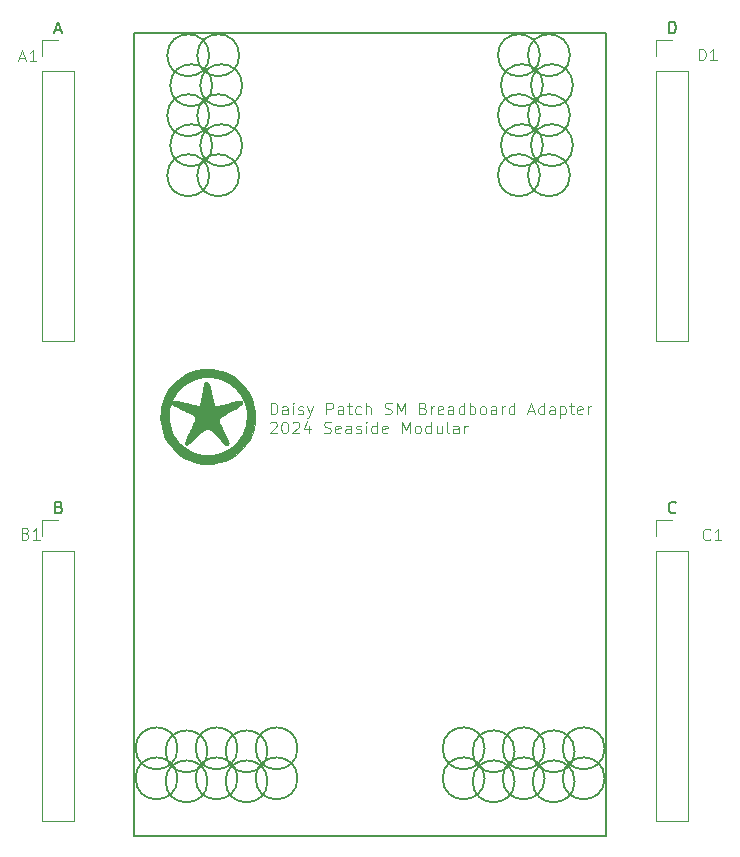
<source format=gbr>
%TF.GenerationSoftware,KiCad,Pcbnew,7.0.10*%
%TF.CreationDate,2024-02-02T23:11:49-08:00*%
%TF.ProjectId,Patch_SM_Breadboard_Adapter,50617463-685f-4534-9d5f-427265616462,rev?*%
%TF.SameCoordinates,Original*%
%TF.FileFunction,Legend,Top*%
%TF.FilePolarity,Positive*%
%FSLAX46Y46*%
G04 Gerber Fmt 4.6, Leading zero omitted, Abs format (unit mm)*
G04 Created by KiCad (PCBNEW 7.0.10) date 2024-02-02 23:11:49*
%MOMM*%
%LPD*%
G01*
G04 APERTURE LIST*
%ADD10C,0.125000*%
%ADD11C,0.100000*%
%ADD12C,0.150000*%
%ADD13C,0.152400*%
%ADD14C,0.203200*%
%ADD15C,0.010000*%
%ADD16C,0.120000*%
G04 APERTURE END LIST*
D10*
X80216759Y-82390880D02*
X80169140Y-82438500D01*
X80169140Y-82438500D02*
X80026283Y-82486119D01*
X80026283Y-82486119D02*
X79931045Y-82486119D01*
X79931045Y-82486119D02*
X79788188Y-82438500D01*
X79788188Y-82438500D02*
X79692950Y-82343261D01*
X79692950Y-82343261D02*
X79645331Y-82248023D01*
X79645331Y-82248023D02*
X79597712Y-82057547D01*
X79597712Y-82057547D02*
X79597712Y-81914690D01*
X79597712Y-81914690D02*
X79645331Y-81724214D01*
X79645331Y-81724214D02*
X79692950Y-81628976D01*
X79692950Y-81628976D02*
X79788188Y-81533738D01*
X79788188Y-81533738D02*
X79931045Y-81486119D01*
X79931045Y-81486119D02*
X80026283Y-81486119D01*
X80026283Y-81486119D02*
X80169140Y-81533738D01*
X80169140Y-81533738D02*
X80216759Y-81581357D01*
X81169140Y-82486119D02*
X80597712Y-82486119D01*
X80883426Y-82486119D02*
X80883426Y-81486119D01*
X80883426Y-81486119D02*
X80788188Y-81628976D01*
X80788188Y-81628976D02*
X80692950Y-81724214D01*
X80692950Y-81724214D02*
X80597712Y-81771833D01*
X79255331Y-41846119D02*
X79255331Y-40846119D01*
X79255331Y-40846119D02*
X79493426Y-40846119D01*
X79493426Y-40846119D02*
X79636283Y-40893738D01*
X79636283Y-40893738D02*
X79731521Y-40988976D01*
X79731521Y-40988976D02*
X79779140Y-41084214D01*
X79779140Y-41084214D02*
X79826759Y-41274690D01*
X79826759Y-41274690D02*
X79826759Y-41417547D01*
X79826759Y-41417547D02*
X79779140Y-41608023D01*
X79779140Y-41608023D02*
X79731521Y-41703261D01*
X79731521Y-41703261D02*
X79636283Y-41798500D01*
X79636283Y-41798500D02*
X79493426Y-41846119D01*
X79493426Y-41846119D02*
X79255331Y-41846119D01*
X80779140Y-41846119D02*
X80207712Y-41846119D01*
X80493426Y-41846119D02*
X80493426Y-40846119D01*
X80493426Y-40846119D02*
X80398188Y-40988976D01*
X80398188Y-40988976D02*
X80302950Y-41084214D01*
X80302950Y-41084214D02*
X80207712Y-41131833D01*
X22243664Y-81892309D02*
X22386521Y-81939928D01*
X22386521Y-81939928D02*
X22434140Y-81987547D01*
X22434140Y-81987547D02*
X22481759Y-82082785D01*
X22481759Y-82082785D02*
X22481759Y-82225642D01*
X22481759Y-82225642D02*
X22434140Y-82320880D01*
X22434140Y-82320880D02*
X22386521Y-82368500D01*
X22386521Y-82368500D02*
X22291283Y-82416119D01*
X22291283Y-82416119D02*
X21910331Y-82416119D01*
X21910331Y-82416119D02*
X21910331Y-81416119D01*
X21910331Y-81416119D02*
X22243664Y-81416119D01*
X22243664Y-81416119D02*
X22338902Y-81463738D01*
X22338902Y-81463738D02*
X22386521Y-81511357D01*
X22386521Y-81511357D02*
X22434140Y-81606595D01*
X22434140Y-81606595D02*
X22434140Y-81701833D01*
X22434140Y-81701833D02*
X22386521Y-81797071D01*
X22386521Y-81797071D02*
X22338902Y-81844690D01*
X22338902Y-81844690D02*
X22243664Y-81892309D01*
X22243664Y-81892309D02*
X21910331Y-81892309D01*
X23434140Y-82416119D02*
X22862712Y-82416119D01*
X23148426Y-82416119D02*
X23148426Y-81416119D01*
X23148426Y-81416119D02*
X23053188Y-81558976D01*
X23053188Y-81558976D02*
X22957950Y-81654214D01*
X22957950Y-81654214D02*
X22862712Y-81701833D01*
X21737712Y-41635404D02*
X22213902Y-41635404D01*
X21642474Y-41921119D02*
X21975807Y-40921119D01*
X21975807Y-40921119D02*
X22309140Y-41921119D01*
X23166283Y-41921119D02*
X22594855Y-41921119D01*
X22880569Y-41921119D02*
X22880569Y-40921119D01*
X22880569Y-40921119D02*
X22785331Y-41063976D01*
X22785331Y-41063976D02*
X22690093Y-41159214D01*
X22690093Y-41159214D02*
X22594855Y-41206833D01*
D11*
X43003884Y-71812419D02*
X43003884Y-70812419D01*
X43003884Y-70812419D02*
X43241979Y-70812419D01*
X43241979Y-70812419D02*
X43384836Y-70860038D01*
X43384836Y-70860038D02*
X43480074Y-70955276D01*
X43480074Y-70955276D02*
X43527693Y-71050514D01*
X43527693Y-71050514D02*
X43575312Y-71240990D01*
X43575312Y-71240990D02*
X43575312Y-71383847D01*
X43575312Y-71383847D02*
X43527693Y-71574323D01*
X43527693Y-71574323D02*
X43480074Y-71669561D01*
X43480074Y-71669561D02*
X43384836Y-71764800D01*
X43384836Y-71764800D02*
X43241979Y-71812419D01*
X43241979Y-71812419D02*
X43003884Y-71812419D01*
X44432455Y-71812419D02*
X44432455Y-71288609D01*
X44432455Y-71288609D02*
X44384836Y-71193371D01*
X44384836Y-71193371D02*
X44289598Y-71145752D01*
X44289598Y-71145752D02*
X44099122Y-71145752D01*
X44099122Y-71145752D02*
X44003884Y-71193371D01*
X44432455Y-71764800D02*
X44337217Y-71812419D01*
X44337217Y-71812419D02*
X44099122Y-71812419D01*
X44099122Y-71812419D02*
X44003884Y-71764800D01*
X44003884Y-71764800D02*
X43956265Y-71669561D01*
X43956265Y-71669561D02*
X43956265Y-71574323D01*
X43956265Y-71574323D02*
X44003884Y-71479085D01*
X44003884Y-71479085D02*
X44099122Y-71431466D01*
X44099122Y-71431466D02*
X44337217Y-71431466D01*
X44337217Y-71431466D02*
X44432455Y-71383847D01*
X44908646Y-71812419D02*
X44908646Y-71145752D01*
X44908646Y-70812419D02*
X44861027Y-70860038D01*
X44861027Y-70860038D02*
X44908646Y-70907657D01*
X44908646Y-70907657D02*
X44956265Y-70860038D01*
X44956265Y-70860038D02*
X44908646Y-70812419D01*
X44908646Y-70812419D02*
X44908646Y-70907657D01*
X45337217Y-71764800D02*
X45432455Y-71812419D01*
X45432455Y-71812419D02*
X45622931Y-71812419D01*
X45622931Y-71812419D02*
X45718169Y-71764800D01*
X45718169Y-71764800D02*
X45765788Y-71669561D01*
X45765788Y-71669561D02*
X45765788Y-71621942D01*
X45765788Y-71621942D02*
X45718169Y-71526704D01*
X45718169Y-71526704D02*
X45622931Y-71479085D01*
X45622931Y-71479085D02*
X45480074Y-71479085D01*
X45480074Y-71479085D02*
X45384836Y-71431466D01*
X45384836Y-71431466D02*
X45337217Y-71336228D01*
X45337217Y-71336228D02*
X45337217Y-71288609D01*
X45337217Y-71288609D02*
X45384836Y-71193371D01*
X45384836Y-71193371D02*
X45480074Y-71145752D01*
X45480074Y-71145752D02*
X45622931Y-71145752D01*
X45622931Y-71145752D02*
X45718169Y-71193371D01*
X46099122Y-71145752D02*
X46337217Y-71812419D01*
X46575312Y-71145752D02*
X46337217Y-71812419D01*
X46337217Y-71812419D02*
X46241979Y-72050514D01*
X46241979Y-72050514D02*
X46194360Y-72098133D01*
X46194360Y-72098133D02*
X46099122Y-72145752D01*
X47718170Y-71812419D02*
X47718170Y-70812419D01*
X47718170Y-70812419D02*
X48099122Y-70812419D01*
X48099122Y-70812419D02*
X48194360Y-70860038D01*
X48194360Y-70860038D02*
X48241979Y-70907657D01*
X48241979Y-70907657D02*
X48289598Y-71002895D01*
X48289598Y-71002895D02*
X48289598Y-71145752D01*
X48289598Y-71145752D02*
X48241979Y-71240990D01*
X48241979Y-71240990D02*
X48194360Y-71288609D01*
X48194360Y-71288609D02*
X48099122Y-71336228D01*
X48099122Y-71336228D02*
X47718170Y-71336228D01*
X49146741Y-71812419D02*
X49146741Y-71288609D01*
X49146741Y-71288609D02*
X49099122Y-71193371D01*
X49099122Y-71193371D02*
X49003884Y-71145752D01*
X49003884Y-71145752D02*
X48813408Y-71145752D01*
X48813408Y-71145752D02*
X48718170Y-71193371D01*
X49146741Y-71764800D02*
X49051503Y-71812419D01*
X49051503Y-71812419D02*
X48813408Y-71812419D01*
X48813408Y-71812419D02*
X48718170Y-71764800D01*
X48718170Y-71764800D02*
X48670551Y-71669561D01*
X48670551Y-71669561D02*
X48670551Y-71574323D01*
X48670551Y-71574323D02*
X48718170Y-71479085D01*
X48718170Y-71479085D02*
X48813408Y-71431466D01*
X48813408Y-71431466D02*
X49051503Y-71431466D01*
X49051503Y-71431466D02*
X49146741Y-71383847D01*
X49480075Y-71145752D02*
X49861027Y-71145752D01*
X49622932Y-70812419D02*
X49622932Y-71669561D01*
X49622932Y-71669561D02*
X49670551Y-71764800D01*
X49670551Y-71764800D02*
X49765789Y-71812419D01*
X49765789Y-71812419D02*
X49861027Y-71812419D01*
X50622932Y-71764800D02*
X50527694Y-71812419D01*
X50527694Y-71812419D02*
X50337218Y-71812419D01*
X50337218Y-71812419D02*
X50241980Y-71764800D01*
X50241980Y-71764800D02*
X50194361Y-71717180D01*
X50194361Y-71717180D02*
X50146742Y-71621942D01*
X50146742Y-71621942D02*
X50146742Y-71336228D01*
X50146742Y-71336228D02*
X50194361Y-71240990D01*
X50194361Y-71240990D02*
X50241980Y-71193371D01*
X50241980Y-71193371D02*
X50337218Y-71145752D01*
X50337218Y-71145752D02*
X50527694Y-71145752D01*
X50527694Y-71145752D02*
X50622932Y-71193371D01*
X51051504Y-71812419D02*
X51051504Y-70812419D01*
X51480075Y-71812419D02*
X51480075Y-71288609D01*
X51480075Y-71288609D02*
X51432456Y-71193371D01*
X51432456Y-71193371D02*
X51337218Y-71145752D01*
X51337218Y-71145752D02*
X51194361Y-71145752D01*
X51194361Y-71145752D02*
X51099123Y-71193371D01*
X51099123Y-71193371D02*
X51051504Y-71240990D01*
X52670552Y-71764800D02*
X52813409Y-71812419D01*
X52813409Y-71812419D02*
X53051504Y-71812419D01*
X53051504Y-71812419D02*
X53146742Y-71764800D01*
X53146742Y-71764800D02*
X53194361Y-71717180D01*
X53194361Y-71717180D02*
X53241980Y-71621942D01*
X53241980Y-71621942D02*
X53241980Y-71526704D01*
X53241980Y-71526704D02*
X53194361Y-71431466D01*
X53194361Y-71431466D02*
X53146742Y-71383847D01*
X53146742Y-71383847D02*
X53051504Y-71336228D01*
X53051504Y-71336228D02*
X52861028Y-71288609D01*
X52861028Y-71288609D02*
X52765790Y-71240990D01*
X52765790Y-71240990D02*
X52718171Y-71193371D01*
X52718171Y-71193371D02*
X52670552Y-71098133D01*
X52670552Y-71098133D02*
X52670552Y-71002895D01*
X52670552Y-71002895D02*
X52718171Y-70907657D01*
X52718171Y-70907657D02*
X52765790Y-70860038D01*
X52765790Y-70860038D02*
X52861028Y-70812419D01*
X52861028Y-70812419D02*
X53099123Y-70812419D01*
X53099123Y-70812419D02*
X53241980Y-70860038D01*
X53670552Y-71812419D02*
X53670552Y-70812419D01*
X53670552Y-70812419D02*
X54003885Y-71526704D01*
X54003885Y-71526704D02*
X54337218Y-70812419D01*
X54337218Y-70812419D02*
X54337218Y-71812419D01*
X55908647Y-71288609D02*
X56051504Y-71336228D01*
X56051504Y-71336228D02*
X56099123Y-71383847D01*
X56099123Y-71383847D02*
X56146742Y-71479085D01*
X56146742Y-71479085D02*
X56146742Y-71621942D01*
X56146742Y-71621942D02*
X56099123Y-71717180D01*
X56099123Y-71717180D02*
X56051504Y-71764800D01*
X56051504Y-71764800D02*
X55956266Y-71812419D01*
X55956266Y-71812419D02*
X55575314Y-71812419D01*
X55575314Y-71812419D02*
X55575314Y-70812419D01*
X55575314Y-70812419D02*
X55908647Y-70812419D01*
X55908647Y-70812419D02*
X56003885Y-70860038D01*
X56003885Y-70860038D02*
X56051504Y-70907657D01*
X56051504Y-70907657D02*
X56099123Y-71002895D01*
X56099123Y-71002895D02*
X56099123Y-71098133D01*
X56099123Y-71098133D02*
X56051504Y-71193371D01*
X56051504Y-71193371D02*
X56003885Y-71240990D01*
X56003885Y-71240990D02*
X55908647Y-71288609D01*
X55908647Y-71288609D02*
X55575314Y-71288609D01*
X56575314Y-71812419D02*
X56575314Y-71145752D01*
X56575314Y-71336228D02*
X56622933Y-71240990D01*
X56622933Y-71240990D02*
X56670552Y-71193371D01*
X56670552Y-71193371D02*
X56765790Y-71145752D01*
X56765790Y-71145752D02*
X56861028Y-71145752D01*
X57575314Y-71764800D02*
X57480076Y-71812419D01*
X57480076Y-71812419D02*
X57289600Y-71812419D01*
X57289600Y-71812419D02*
X57194362Y-71764800D01*
X57194362Y-71764800D02*
X57146743Y-71669561D01*
X57146743Y-71669561D02*
X57146743Y-71288609D01*
X57146743Y-71288609D02*
X57194362Y-71193371D01*
X57194362Y-71193371D02*
X57289600Y-71145752D01*
X57289600Y-71145752D02*
X57480076Y-71145752D01*
X57480076Y-71145752D02*
X57575314Y-71193371D01*
X57575314Y-71193371D02*
X57622933Y-71288609D01*
X57622933Y-71288609D02*
X57622933Y-71383847D01*
X57622933Y-71383847D02*
X57146743Y-71479085D01*
X58480076Y-71812419D02*
X58480076Y-71288609D01*
X58480076Y-71288609D02*
X58432457Y-71193371D01*
X58432457Y-71193371D02*
X58337219Y-71145752D01*
X58337219Y-71145752D02*
X58146743Y-71145752D01*
X58146743Y-71145752D02*
X58051505Y-71193371D01*
X58480076Y-71764800D02*
X58384838Y-71812419D01*
X58384838Y-71812419D02*
X58146743Y-71812419D01*
X58146743Y-71812419D02*
X58051505Y-71764800D01*
X58051505Y-71764800D02*
X58003886Y-71669561D01*
X58003886Y-71669561D02*
X58003886Y-71574323D01*
X58003886Y-71574323D02*
X58051505Y-71479085D01*
X58051505Y-71479085D02*
X58146743Y-71431466D01*
X58146743Y-71431466D02*
X58384838Y-71431466D01*
X58384838Y-71431466D02*
X58480076Y-71383847D01*
X59384838Y-71812419D02*
X59384838Y-70812419D01*
X59384838Y-71764800D02*
X59289600Y-71812419D01*
X59289600Y-71812419D02*
X59099124Y-71812419D01*
X59099124Y-71812419D02*
X59003886Y-71764800D01*
X59003886Y-71764800D02*
X58956267Y-71717180D01*
X58956267Y-71717180D02*
X58908648Y-71621942D01*
X58908648Y-71621942D02*
X58908648Y-71336228D01*
X58908648Y-71336228D02*
X58956267Y-71240990D01*
X58956267Y-71240990D02*
X59003886Y-71193371D01*
X59003886Y-71193371D02*
X59099124Y-71145752D01*
X59099124Y-71145752D02*
X59289600Y-71145752D01*
X59289600Y-71145752D02*
X59384838Y-71193371D01*
X59861029Y-71812419D02*
X59861029Y-70812419D01*
X59861029Y-71193371D02*
X59956267Y-71145752D01*
X59956267Y-71145752D02*
X60146743Y-71145752D01*
X60146743Y-71145752D02*
X60241981Y-71193371D01*
X60241981Y-71193371D02*
X60289600Y-71240990D01*
X60289600Y-71240990D02*
X60337219Y-71336228D01*
X60337219Y-71336228D02*
X60337219Y-71621942D01*
X60337219Y-71621942D02*
X60289600Y-71717180D01*
X60289600Y-71717180D02*
X60241981Y-71764800D01*
X60241981Y-71764800D02*
X60146743Y-71812419D01*
X60146743Y-71812419D02*
X59956267Y-71812419D01*
X59956267Y-71812419D02*
X59861029Y-71764800D01*
X60908648Y-71812419D02*
X60813410Y-71764800D01*
X60813410Y-71764800D02*
X60765791Y-71717180D01*
X60765791Y-71717180D02*
X60718172Y-71621942D01*
X60718172Y-71621942D02*
X60718172Y-71336228D01*
X60718172Y-71336228D02*
X60765791Y-71240990D01*
X60765791Y-71240990D02*
X60813410Y-71193371D01*
X60813410Y-71193371D02*
X60908648Y-71145752D01*
X60908648Y-71145752D02*
X61051505Y-71145752D01*
X61051505Y-71145752D02*
X61146743Y-71193371D01*
X61146743Y-71193371D02*
X61194362Y-71240990D01*
X61194362Y-71240990D02*
X61241981Y-71336228D01*
X61241981Y-71336228D02*
X61241981Y-71621942D01*
X61241981Y-71621942D02*
X61194362Y-71717180D01*
X61194362Y-71717180D02*
X61146743Y-71764800D01*
X61146743Y-71764800D02*
X61051505Y-71812419D01*
X61051505Y-71812419D02*
X60908648Y-71812419D01*
X62099124Y-71812419D02*
X62099124Y-71288609D01*
X62099124Y-71288609D02*
X62051505Y-71193371D01*
X62051505Y-71193371D02*
X61956267Y-71145752D01*
X61956267Y-71145752D02*
X61765791Y-71145752D01*
X61765791Y-71145752D02*
X61670553Y-71193371D01*
X62099124Y-71764800D02*
X62003886Y-71812419D01*
X62003886Y-71812419D02*
X61765791Y-71812419D01*
X61765791Y-71812419D02*
X61670553Y-71764800D01*
X61670553Y-71764800D02*
X61622934Y-71669561D01*
X61622934Y-71669561D02*
X61622934Y-71574323D01*
X61622934Y-71574323D02*
X61670553Y-71479085D01*
X61670553Y-71479085D02*
X61765791Y-71431466D01*
X61765791Y-71431466D02*
X62003886Y-71431466D01*
X62003886Y-71431466D02*
X62099124Y-71383847D01*
X62575315Y-71812419D02*
X62575315Y-71145752D01*
X62575315Y-71336228D02*
X62622934Y-71240990D01*
X62622934Y-71240990D02*
X62670553Y-71193371D01*
X62670553Y-71193371D02*
X62765791Y-71145752D01*
X62765791Y-71145752D02*
X62861029Y-71145752D01*
X63622934Y-71812419D02*
X63622934Y-70812419D01*
X63622934Y-71764800D02*
X63527696Y-71812419D01*
X63527696Y-71812419D02*
X63337220Y-71812419D01*
X63337220Y-71812419D02*
X63241982Y-71764800D01*
X63241982Y-71764800D02*
X63194363Y-71717180D01*
X63194363Y-71717180D02*
X63146744Y-71621942D01*
X63146744Y-71621942D02*
X63146744Y-71336228D01*
X63146744Y-71336228D02*
X63194363Y-71240990D01*
X63194363Y-71240990D02*
X63241982Y-71193371D01*
X63241982Y-71193371D02*
X63337220Y-71145752D01*
X63337220Y-71145752D02*
X63527696Y-71145752D01*
X63527696Y-71145752D02*
X63622934Y-71193371D01*
X64813411Y-71526704D02*
X65289601Y-71526704D01*
X64718173Y-71812419D02*
X65051506Y-70812419D01*
X65051506Y-70812419D02*
X65384839Y-71812419D01*
X66146744Y-71812419D02*
X66146744Y-70812419D01*
X66146744Y-71764800D02*
X66051506Y-71812419D01*
X66051506Y-71812419D02*
X65861030Y-71812419D01*
X65861030Y-71812419D02*
X65765792Y-71764800D01*
X65765792Y-71764800D02*
X65718173Y-71717180D01*
X65718173Y-71717180D02*
X65670554Y-71621942D01*
X65670554Y-71621942D02*
X65670554Y-71336228D01*
X65670554Y-71336228D02*
X65718173Y-71240990D01*
X65718173Y-71240990D02*
X65765792Y-71193371D01*
X65765792Y-71193371D02*
X65861030Y-71145752D01*
X65861030Y-71145752D02*
X66051506Y-71145752D01*
X66051506Y-71145752D02*
X66146744Y-71193371D01*
X67051506Y-71812419D02*
X67051506Y-71288609D01*
X67051506Y-71288609D02*
X67003887Y-71193371D01*
X67003887Y-71193371D02*
X66908649Y-71145752D01*
X66908649Y-71145752D02*
X66718173Y-71145752D01*
X66718173Y-71145752D02*
X66622935Y-71193371D01*
X67051506Y-71764800D02*
X66956268Y-71812419D01*
X66956268Y-71812419D02*
X66718173Y-71812419D01*
X66718173Y-71812419D02*
X66622935Y-71764800D01*
X66622935Y-71764800D02*
X66575316Y-71669561D01*
X66575316Y-71669561D02*
X66575316Y-71574323D01*
X66575316Y-71574323D02*
X66622935Y-71479085D01*
X66622935Y-71479085D02*
X66718173Y-71431466D01*
X66718173Y-71431466D02*
X66956268Y-71431466D01*
X66956268Y-71431466D02*
X67051506Y-71383847D01*
X67527697Y-71145752D02*
X67527697Y-72145752D01*
X67527697Y-71193371D02*
X67622935Y-71145752D01*
X67622935Y-71145752D02*
X67813411Y-71145752D01*
X67813411Y-71145752D02*
X67908649Y-71193371D01*
X67908649Y-71193371D02*
X67956268Y-71240990D01*
X67956268Y-71240990D02*
X68003887Y-71336228D01*
X68003887Y-71336228D02*
X68003887Y-71621942D01*
X68003887Y-71621942D02*
X67956268Y-71717180D01*
X67956268Y-71717180D02*
X67908649Y-71764800D01*
X67908649Y-71764800D02*
X67813411Y-71812419D01*
X67813411Y-71812419D02*
X67622935Y-71812419D01*
X67622935Y-71812419D02*
X67527697Y-71764800D01*
X68289602Y-71145752D02*
X68670554Y-71145752D01*
X68432459Y-70812419D02*
X68432459Y-71669561D01*
X68432459Y-71669561D02*
X68480078Y-71764800D01*
X68480078Y-71764800D02*
X68575316Y-71812419D01*
X68575316Y-71812419D02*
X68670554Y-71812419D01*
X69384840Y-71764800D02*
X69289602Y-71812419D01*
X69289602Y-71812419D02*
X69099126Y-71812419D01*
X69099126Y-71812419D02*
X69003888Y-71764800D01*
X69003888Y-71764800D02*
X68956269Y-71669561D01*
X68956269Y-71669561D02*
X68956269Y-71288609D01*
X68956269Y-71288609D02*
X69003888Y-71193371D01*
X69003888Y-71193371D02*
X69099126Y-71145752D01*
X69099126Y-71145752D02*
X69289602Y-71145752D01*
X69289602Y-71145752D02*
X69384840Y-71193371D01*
X69384840Y-71193371D02*
X69432459Y-71288609D01*
X69432459Y-71288609D02*
X69432459Y-71383847D01*
X69432459Y-71383847D02*
X68956269Y-71479085D01*
X69861031Y-71812419D02*
X69861031Y-71145752D01*
X69861031Y-71336228D02*
X69908650Y-71240990D01*
X69908650Y-71240990D02*
X69956269Y-71193371D01*
X69956269Y-71193371D02*
X70051507Y-71145752D01*
X70051507Y-71145752D02*
X70146745Y-71145752D01*
X42956265Y-72517657D02*
X43003884Y-72470038D01*
X43003884Y-72470038D02*
X43099122Y-72422419D01*
X43099122Y-72422419D02*
X43337217Y-72422419D01*
X43337217Y-72422419D02*
X43432455Y-72470038D01*
X43432455Y-72470038D02*
X43480074Y-72517657D01*
X43480074Y-72517657D02*
X43527693Y-72612895D01*
X43527693Y-72612895D02*
X43527693Y-72708133D01*
X43527693Y-72708133D02*
X43480074Y-72850990D01*
X43480074Y-72850990D02*
X42908646Y-73422419D01*
X42908646Y-73422419D02*
X43527693Y-73422419D01*
X44146741Y-72422419D02*
X44241979Y-72422419D01*
X44241979Y-72422419D02*
X44337217Y-72470038D01*
X44337217Y-72470038D02*
X44384836Y-72517657D01*
X44384836Y-72517657D02*
X44432455Y-72612895D01*
X44432455Y-72612895D02*
X44480074Y-72803371D01*
X44480074Y-72803371D02*
X44480074Y-73041466D01*
X44480074Y-73041466D02*
X44432455Y-73231942D01*
X44432455Y-73231942D02*
X44384836Y-73327180D01*
X44384836Y-73327180D02*
X44337217Y-73374800D01*
X44337217Y-73374800D02*
X44241979Y-73422419D01*
X44241979Y-73422419D02*
X44146741Y-73422419D01*
X44146741Y-73422419D02*
X44051503Y-73374800D01*
X44051503Y-73374800D02*
X44003884Y-73327180D01*
X44003884Y-73327180D02*
X43956265Y-73231942D01*
X43956265Y-73231942D02*
X43908646Y-73041466D01*
X43908646Y-73041466D02*
X43908646Y-72803371D01*
X43908646Y-72803371D02*
X43956265Y-72612895D01*
X43956265Y-72612895D02*
X44003884Y-72517657D01*
X44003884Y-72517657D02*
X44051503Y-72470038D01*
X44051503Y-72470038D02*
X44146741Y-72422419D01*
X44861027Y-72517657D02*
X44908646Y-72470038D01*
X44908646Y-72470038D02*
X45003884Y-72422419D01*
X45003884Y-72422419D02*
X45241979Y-72422419D01*
X45241979Y-72422419D02*
X45337217Y-72470038D01*
X45337217Y-72470038D02*
X45384836Y-72517657D01*
X45384836Y-72517657D02*
X45432455Y-72612895D01*
X45432455Y-72612895D02*
X45432455Y-72708133D01*
X45432455Y-72708133D02*
X45384836Y-72850990D01*
X45384836Y-72850990D02*
X44813408Y-73422419D01*
X44813408Y-73422419D02*
X45432455Y-73422419D01*
X46289598Y-72755752D02*
X46289598Y-73422419D01*
X46051503Y-72374800D02*
X45813408Y-73089085D01*
X45813408Y-73089085D02*
X46432455Y-73089085D01*
X47527694Y-73374800D02*
X47670551Y-73422419D01*
X47670551Y-73422419D02*
X47908646Y-73422419D01*
X47908646Y-73422419D02*
X48003884Y-73374800D01*
X48003884Y-73374800D02*
X48051503Y-73327180D01*
X48051503Y-73327180D02*
X48099122Y-73231942D01*
X48099122Y-73231942D02*
X48099122Y-73136704D01*
X48099122Y-73136704D02*
X48051503Y-73041466D01*
X48051503Y-73041466D02*
X48003884Y-72993847D01*
X48003884Y-72993847D02*
X47908646Y-72946228D01*
X47908646Y-72946228D02*
X47718170Y-72898609D01*
X47718170Y-72898609D02*
X47622932Y-72850990D01*
X47622932Y-72850990D02*
X47575313Y-72803371D01*
X47575313Y-72803371D02*
X47527694Y-72708133D01*
X47527694Y-72708133D02*
X47527694Y-72612895D01*
X47527694Y-72612895D02*
X47575313Y-72517657D01*
X47575313Y-72517657D02*
X47622932Y-72470038D01*
X47622932Y-72470038D02*
X47718170Y-72422419D01*
X47718170Y-72422419D02*
X47956265Y-72422419D01*
X47956265Y-72422419D02*
X48099122Y-72470038D01*
X48908646Y-73374800D02*
X48813408Y-73422419D01*
X48813408Y-73422419D02*
X48622932Y-73422419D01*
X48622932Y-73422419D02*
X48527694Y-73374800D01*
X48527694Y-73374800D02*
X48480075Y-73279561D01*
X48480075Y-73279561D02*
X48480075Y-72898609D01*
X48480075Y-72898609D02*
X48527694Y-72803371D01*
X48527694Y-72803371D02*
X48622932Y-72755752D01*
X48622932Y-72755752D02*
X48813408Y-72755752D01*
X48813408Y-72755752D02*
X48908646Y-72803371D01*
X48908646Y-72803371D02*
X48956265Y-72898609D01*
X48956265Y-72898609D02*
X48956265Y-72993847D01*
X48956265Y-72993847D02*
X48480075Y-73089085D01*
X49813408Y-73422419D02*
X49813408Y-72898609D01*
X49813408Y-72898609D02*
X49765789Y-72803371D01*
X49765789Y-72803371D02*
X49670551Y-72755752D01*
X49670551Y-72755752D02*
X49480075Y-72755752D01*
X49480075Y-72755752D02*
X49384837Y-72803371D01*
X49813408Y-73374800D02*
X49718170Y-73422419D01*
X49718170Y-73422419D02*
X49480075Y-73422419D01*
X49480075Y-73422419D02*
X49384837Y-73374800D01*
X49384837Y-73374800D02*
X49337218Y-73279561D01*
X49337218Y-73279561D02*
X49337218Y-73184323D01*
X49337218Y-73184323D02*
X49384837Y-73089085D01*
X49384837Y-73089085D02*
X49480075Y-73041466D01*
X49480075Y-73041466D02*
X49718170Y-73041466D01*
X49718170Y-73041466D02*
X49813408Y-72993847D01*
X50241980Y-73374800D02*
X50337218Y-73422419D01*
X50337218Y-73422419D02*
X50527694Y-73422419D01*
X50527694Y-73422419D02*
X50622932Y-73374800D01*
X50622932Y-73374800D02*
X50670551Y-73279561D01*
X50670551Y-73279561D02*
X50670551Y-73231942D01*
X50670551Y-73231942D02*
X50622932Y-73136704D01*
X50622932Y-73136704D02*
X50527694Y-73089085D01*
X50527694Y-73089085D02*
X50384837Y-73089085D01*
X50384837Y-73089085D02*
X50289599Y-73041466D01*
X50289599Y-73041466D02*
X50241980Y-72946228D01*
X50241980Y-72946228D02*
X50241980Y-72898609D01*
X50241980Y-72898609D02*
X50289599Y-72803371D01*
X50289599Y-72803371D02*
X50384837Y-72755752D01*
X50384837Y-72755752D02*
X50527694Y-72755752D01*
X50527694Y-72755752D02*
X50622932Y-72803371D01*
X51099123Y-73422419D02*
X51099123Y-72755752D01*
X51099123Y-72422419D02*
X51051504Y-72470038D01*
X51051504Y-72470038D02*
X51099123Y-72517657D01*
X51099123Y-72517657D02*
X51146742Y-72470038D01*
X51146742Y-72470038D02*
X51099123Y-72422419D01*
X51099123Y-72422419D02*
X51099123Y-72517657D01*
X52003884Y-73422419D02*
X52003884Y-72422419D01*
X52003884Y-73374800D02*
X51908646Y-73422419D01*
X51908646Y-73422419D02*
X51718170Y-73422419D01*
X51718170Y-73422419D02*
X51622932Y-73374800D01*
X51622932Y-73374800D02*
X51575313Y-73327180D01*
X51575313Y-73327180D02*
X51527694Y-73231942D01*
X51527694Y-73231942D02*
X51527694Y-72946228D01*
X51527694Y-72946228D02*
X51575313Y-72850990D01*
X51575313Y-72850990D02*
X51622932Y-72803371D01*
X51622932Y-72803371D02*
X51718170Y-72755752D01*
X51718170Y-72755752D02*
X51908646Y-72755752D01*
X51908646Y-72755752D02*
X52003884Y-72803371D01*
X52861027Y-73374800D02*
X52765789Y-73422419D01*
X52765789Y-73422419D02*
X52575313Y-73422419D01*
X52575313Y-73422419D02*
X52480075Y-73374800D01*
X52480075Y-73374800D02*
X52432456Y-73279561D01*
X52432456Y-73279561D02*
X52432456Y-72898609D01*
X52432456Y-72898609D02*
X52480075Y-72803371D01*
X52480075Y-72803371D02*
X52575313Y-72755752D01*
X52575313Y-72755752D02*
X52765789Y-72755752D01*
X52765789Y-72755752D02*
X52861027Y-72803371D01*
X52861027Y-72803371D02*
X52908646Y-72898609D01*
X52908646Y-72898609D02*
X52908646Y-72993847D01*
X52908646Y-72993847D02*
X52432456Y-73089085D01*
X54099123Y-73422419D02*
X54099123Y-72422419D01*
X54099123Y-72422419D02*
X54432456Y-73136704D01*
X54432456Y-73136704D02*
X54765789Y-72422419D01*
X54765789Y-72422419D02*
X54765789Y-73422419D01*
X55384837Y-73422419D02*
X55289599Y-73374800D01*
X55289599Y-73374800D02*
X55241980Y-73327180D01*
X55241980Y-73327180D02*
X55194361Y-73231942D01*
X55194361Y-73231942D02*
X55194361Y-72946228D01*
X55194361Y-72946228D02*
X55241980Y-72850990D01*
X55241980Y-72850990D02*
X55289599Y-72803371D01*
X55289599Y-72803371D02*
X55384837Y-72755752D01*
X55384837Y-72755752D02*
X55527694Y-72755752D01*
X55527694Y-72755752D02*
X55622932Y-72803371D01*
X55622932Y-72803371D02*
X55670551Y-72850990D01*
X55670551Y-72850990D02*
X55718170Y-72946228D01*
X55718170Y-72946228D02*
X55718170Y-73231942D01*
X55718170Y-73231942D02*
X55670551Y-73327180D01*
X55670551Y-73327180D02*
X55622932Y-73374800D01*
X55622932Y-73374800D02*
X55527694Y-73422419D01*
X55527694Y-73422419D02*
X55384837Y-73422419D01*
X56575313Y-73422419D02*
X56575313Y-72422419D01*
X56575313Y-73374800D02*
X56480075Y-73422419D01*
X56480075Y-73422419D02*
X56289599Y-73422419D01*
X56289599Y-73422419D02*
X56194361Y-73374800D01*
X56194361Y-73374800D02*
X56146742Y-73327180D01*
X56146742Y-73327180D02*
X56099123Y-73231942D01*
X56099123Y-73231942D02*
X56099123Y-72946228D01*
X56099123Y-72946228D02*
X56146742Y-72850990D01*
X56146742Y-72850990D02*
X56194361Y-72803371D01*
X56194361Y-72803371D02*
X56289599Y-72755752D01*
X56289599Y-72755752D02*
X56480075Y-72755752D01*
X56480075Y-72755752D02*
X56575313Y-72803371D01*
X57480075Y-72755752D02*
X57480075Y-73422419D01*
X57051504Y-72755752D02*
X57051504Y-73279561D01*
X57051504Y-73279561D02*
X57099123Y-73374800D01*
X57099123Y-73374800D02*
X57194361Y-73422419D01*
X57194361Y-73422419D02*
X57337218Y-73422419D01*
X57337218Y-73422419D02*
X57432456Y-73374800D01*
X57432456Y-73374800D02*
X57480075Y-73327180D01*
X58099123Y-73422419D02*
X58003885Y-73374800D01*
X58003885Y-73374800D02*
X57956266Y-73279561D01*
X57956266Y-73279561D02*
X57956266Y-72422419D01*
X58908647Y-73422419D02*
X58908647Y-72898609D01*
X58908647Y-72898609D02*
X58861028Y-72803371D01*
X58861028Y-72803371D02*
X58765790Y-72755752D01*
X58765790Y-72755752D02*
X58575314Y-72755752D01*
X58575314Y-72755752D02*
X58480076Y-72803371D01*
X58908647Y-73374800D02*
X58813409Y-73422419D01*
X58813409Y-73422419D02*
X58575314Y-73422419D01*
X58575314Y-73422419D02*
X58480076Y-73374800D01*
X58480076Y-73374800D02*
X58432457Y-73279561D01*
X58432457Y-73279561D02*
X58432457Y-73184323D01*
X58432457Y-73184323D02*
X58480076Y-73089085D01*
X58480076Y-73089085D02*
X58575314Y-73041466D01*
X58575314Y-73041466D02*
X58813409Y-73041466D01*
X58813409Y-73041466D02*
X58908647Y-72993847D01*
X59384838Y-73422419D02*
X59384838Y-72755752D01*
X59384838Y-72946228D02*
X59432457Y-72850990D01*
X59432457Y-72850990D02*
X59480076Y-72803371D01*
X59480076Y-72803371D02*
X59575314Y-72755752D01*
X59575314Y-72755752D02*
X59670552Y-72755752D01*
D12*
X25071428Y-79671009D02*
X25214285Y-79718628D01*
X25214285Y-79718628D02*
X25261904Y-79766247D01*
X25261904Y-79766247D02*
X25309523Y-79861485D01*
X25309523Y-79861485D02*
X25309523Y-80004342D01*
X25309523Y-80004342D02*
X25261904Y-80099580D01*
X25261904Y-80099580D02*
X25214285Y-80147200D01*
X25214285Y-80147200D02*
X25119047Y-80194819D01*
X25119047Y-80194819D02*
X24738095Y-80194819D01*
X24738095Y-80194819D02*
X24738095Y-79194819D01*
X24738095Y-79194819D02*
X25071428Y-79194819D01*
X25071428Y-79194819D02*
X25166666Y-79242438D01*
X25166666Y-79242438D02*
X25214285Y-79290057D01*
X25214285Y-79290057D02*
X25261904Y-79385295D01*
X25261904Y-79385295D02*
X25261904Y-79480533D01*
X25261904Y-79480533D02*
X25214285Y-79575771D01*
X25214285Y-79575771D02*
X25166666Y-79623390D01*
X25166666Y-79623390D02*
X25071428Y-79671009D01*
X25071428Y-79671009D02*
X24738095Y-79671009D01*
X77309523Y-80099580D02*
X77261904Y-80147200D01*
X77261904Y-80147200D02*
X77119047Y-80194819D01*
X77119047Y-80194819D02*
X77023809Y-80194819D01*
X77023809Y-80194819D02*
X76880952Y-80147200D01*
X76880952Y-80147200D02*
X76785714Y-80051961D01*
X76785714Y-80051961D02*
X76738095Y-79956723D01*
X76738095Y-79956723D02*
X76690476Y-79766247D01*
X76690476Y-79766247D02*
X76690476Y-79623390D01*
X76690476Y-79623390D02*
X76738095Y-79432914D01*
X76738095Y-79432914D02*
X76785714Y-79337676D01*
X76785714Y-79337676D02*
X76880952Y-79242438D01*
X76880952Y-79242438D02*
X77023809Y-79194819D01*
X77023809Y-79194819D02*
X77119047Y-79194819D01*
X77119047Y-79194819D02*
X77261904Y-79242438D01*
X77261904Y-79242438D02*
X77309523Y-79290057D01*
X76738095Y-39554819D02*
X76738095Y-38554819D01*
X76738095Y-38554819D02*
X76976190Y-38554819D01*
X76976190Y-38554819D02*
X77119047Y-38602438D01*
X77119047Y-38602438D02*
X77214285Y-38697676D01*
X77214285Y-38697676D02*
X77261904Y-38792914D01*
X77261904Y-38792914D02*
X77309523Y-38983390D01*
X77309523Y-38983390D02*
X77309523Y-39126247D01*
X77309523Y-39126247D02*
X77261904Y-39316723D01*
X77261904Y-39316723D02*
X77214285Y-39411961D01*
X77214285Y-39411961D02*
X77119047Y-39507200D01*
X77119047Y-39507200D02*
X76976190Y-39554819D01*
X76976190Y-39554819D02*
X76738095Y-39554819D01*
X24761905Y-39269104D02*
X25238095Y-39269104D01*
X24666667Y-39554819D02*
X25000000Y-38554819D01*
X25000000Y-38554819D02*
X25333333Y-39554819D01*
D13*
%TO.C,U$1*%
X31420000Y-39485000D02*
X31420000Y-107485000D01*
X71420000Y-39485000D02*
X71420000Y-107485000D01*
X31420000Y-107485000D02*
X71420000Y-107485000D01*
X31420000Y-39485000D02*
X71420000Y-39485000D01*
D14*
X65801000Y-41405000D02*
G75*
G03*
X62245000Y-41405000I-1778000J0D01*
G01*
X62245000Y-41405000D02*
G75*
G03*
X65801000Y-41405000I1778000J0D01*
G01*
X68341000Y-41405000D02*
G75*
G03*
X64785000Y-41405000I-1778000J0D01*
G01*
X64785000Y-41405000D02*
G75*
G03*
X68341000Y-41405000I1778000J0D01*
G01*
X68595000Y-43945000D02*
G75*
G03*
X65039000Y-43945000I-1778000J0D01*
G01*
X65039000Y-43945000D02*
G75*
G03*
X68595000Y-43945000I1778000J0D01*
G01*
X66055000Y-43945000D02*
G75*
G03*
X62499000Y-43945000I-1778000J0D01*
G01*
X62499000Y-43945000D02*
G75*
G03*
X66055000Y-43945000I1778000J0D01*
G01*
X68341000Y-46485000D02*
G75*
G03*
X64785000Y-46485000I-1778000J0D01*
G01*
X64785000Y-46485000D02*
G75*
G03*
X68341000Y-46485000I1778000J0D01*
G01*
X65801000Y-46485000D02*
G75*
G03*
X62245000Y-46485000I-1778000J0D01*
G01*
X62245000Y-46485000D02*
G75*
G03*
X65801000Y-46485000I1778000J0D01*
G01*
X68595000Y-49025000D02*
G75*
G03*
X65039000Y-49025000I-1778000J0D01*
G01*
X65039000Y-49025000D02*
G75*
G03*
X68595000Y-49025000I1778000J0D01*
G01*
X66055000Y-49025000D02*
G75*
G03*
X62499000Y-49025000I-1778000J0D01*
G01*
X62499000Y-49025000D02*
G75*
G03*
X66055000Y-49025000I1778000J0D01*
G01*
X68341000Y-51565000D02*
G75*
G03*
X64785000Y-51565000I-1778000J0D01*
G01*
X64785000Y-51565000D02*
G75*
G03*
X68341000Y-51565000I1778000J0D01*
G01*
X65801000Y-51565000D02*
G75*
G03*
X62245000Y-51565000I-1778000J0D01*
G01*
X62245000Y-51565000D02*
G75*
G03*
X65801000Y-51565000I1778000J0D01*
G01*
X71278000Y-100088000D02*
G75*
G03*
X67722000Y-100088000I-1778000J0D01*
G01*
X67722000Y-100088000D02*
G75*
G03*
X71278000Y-100088000I1778000J0D01*
G01*
X71278000Y-102628000D02*
G75*
G03*
X67722000Y-102628000I-1778000J0D01*
G01*
X67722000Y-102628000D02*
G75*
G03*
X71278000Y-102628000I1778000J0D01*
G01*
X68738000Y-102882000D02*
G75*
G03*
X65182000Y-102882000I-1778000J0D01*
G01*
X65182000Y-102882000D02*
G75*
G03*
X68738000Y-102882000I1778000J0D01*
G01*
X68738000Y-100342000D02*
G75*
G03*
X65182000Y-100342000I-1778000J0D01*
G01*
X65182000Y-100342000D02*
G75*
G03*
X68738000Y-100342000I1778000J0D01*
G01*
X66198000Y-102628000D02*
G75*
G03*
X62642000Y-102628000I-1778000J0D01*
G01*
X62642000Y-102628000D02*
G75*
G03*
X66198000Y-102628000I1778000J0D01*
G01*
X66198000Y-100088000D02*
G75*
G03*
X62642000Y-100088000I-1778000J0D01*
G01*
X62642000Y-100088000D02*
G75*
G03*
X66198000Y-100088000I1778000J0D01*
G01*
X63658000Y-102882000D02*
G75*
G03*
X60102000Y-102882000I-1778000J0D01*
G01*
X60102000Y-102882000D02*
G75*
G03*
X63658000Y-102882000I1778000J0D01*
G01*
X63658000Y-100342000D02*
G75*
G03*
X60102000Y-100342000I-1778000J0D01*
G01*
X60102000Y-100342000D02*
G75*
G03*
X63658000Y-100342000I1778000J0D01*
G01*
X61118000Y-102628000D02*
G75*
G03*
X57562000Y-102628000I-1778000J0D01*
G01*
X57562000Y-102628000D02*
G75*
G03*
X61118000Y-102628000I1778000J0D01*
G01*
X61118000Y-100088000D02*
G75*
G03*
X57562000Y-100088000I-1778000J0D01*
G01*
X57562000Y-100088000D02*
G75*
G03*
X61118000Y-100088000I1778000J0D01*
G01*
X45278000Y-100088000D02*
G75*
G03*
X41722000Y-100088000I-1778000J0D01*
G01*
X41722000Y-100088000D02*
G75*
G03*
X45278000Y-100088000I1778000J0D01*
G01*
X45278000Y-102628000D02*
G75*
G03*
X41722000Y-102628000I-1778000J0D01*
G01*
X41722000Y-102628000D02*
G75*
G03*
X45278000Y-102628000I1778000J0D01*
G01*
X42738000Y-102882000D02*
G75*
G03*
X39182000Y-102882000I-1778000J0D01*
G01*
X39182000Y-102882000D02*
G75*
G03*
X42738000Y-102882000I1778000J0D01*
G01*
X42738000Y-100342000D02*
G75*
G03*
X39182000Y-100342000I-1778000J0D01*
G01*
X39182000Y-100342000D02*
G75*
G03*
X42738000Y-100342000I1778000J0D01*
G01*
X40198000Y-102628000D02*
G75*
G03*
X36642000Y-102628000I-1778000J0D01*
G01*
X36642000Y-102628000D02*
G75*
G03*
X40198000Y-102628000I1778000J0D01*
G01*
X40198000Y-100088000D02*
G75*
G03*
X36642000Y-100088000I-1778000J0D01*
G01*
X36642000Y-100088000D02*
G75*
G03*
X40198000Y-100088000I1778000J0D01*
G01*
X37658000Y-102882000D02*
G75*
G03*
X34102000Y-102882000I-1778000J0D01*
G01*
X34102000Y-102882000D02*
G75*
G03*
X37658000Y-102882000I1778000J0D01*
G01*
X37658000Y-100342000D02*
G75*
G03*
X34102000Y-100342000I-1778000J0D01*
G01*
X34102000Y-100342000D02*
G75*
G03*
X37658000Y-100342000I1778000J0D01*
G01*
X35118000Y-102628000D02*
G75*
G03*
X31562000Y-102628000I-1778000J0D01*
G01*
X31562000Y-102628000D02*
G75*
G03*
X35118000Y-102628000I1778000J0D01*
G01*
X35118000Y-100088000D02*
G75*
G03*
X31562000Y-100088000I-1778000J0D01*
G01*
X31562000Y-100088000D02*
G75*
G03*
X35118000Y-100088000I1778000J0D01*
G01*
X37801000Y-41405000D02*
G75*
G03*
X34245000Y-41405000I-1778000J0D01*
G01*
X34245000Y-41405000D02*
G75*
G03*
X37801000Y-41405000I1778000J0D01*
G01*
X40341000Y-41405000D02*
G75*
G03*
X36785000Y-41405000I-1778000J0D01*
G01*
X36785000Y-41405000D02*
G75*
G03*
X40341000Y-41405000I1778000J0D01*
G01*
X40595000Y-43945000D02*
G75*
G03*
X37039000Y-43945000I-1778000J0D01*
G01*
X37039000Y-43945000D02*
G75*
G03*
X40595000Y-43945000I1778000J0D01*
G01*
X38055000Y-43945000D02*
G75*
G03*
X34499000Y-43945000I-1778000J0D01*
G01*
X34499000Y-43945000D02*
G75*
G03*
X38055000Y-43945000I1778000J0D01*
G01*
X40341000Y-46485000D02*
G75*
G03*
X36785000Y-46485000I-1778000J0D01*
G01*
X36785000Y-46485000D02*
G75*
G03*
X40341000Y-46485000I1778000J0D01*
G01*
X37801000Y-46485000D02*
G75*
G03*
X34245000Y-46485000I-1778000J0D01*
G01*
X34245000Y-46485000D02*
G75*
G03*
X37801000Y-46485000I1778000J0D01*
G01*
X40595000Y-49025000D02*
G75*
G03*
X37039000Y-49025000I-1778000J0D01*
G01*
X37039000Y-49025000D02*
G75*
G03*
X40595000Y-49025000I1778000J0D01*
G01*
X38055000Y-49025000D02*
G75*
G03*
X34499000Y-49025000I-1778000J0D01*
G01*
X34499000Y-49025000D02*
G75*
G03*
X38055000Y-49025000I1778000J0D01*
G01*
X40341000Y-51565000D02*
G75*
G03*
X36785000Y-51565000I-1778000J0D01*
G01*
X36785000Y-51565000D02*
G75*
G03*
X40341000Y-51565000I1778000J0D01*
G01*
X37801000Y-51565000D02*
G75*
G03*
X34245000Y-51565000I-1778000J0D01*
G01*
X34245000Y-51565000D02*
G75*
G03*
X37801000Y-51565000I1778000J0D01*
G01*
%TO.C,Ref\u002A\u002A*%
D15*
X38001720Y-67974177D02*
X38394881Y-68024792D01*
X38780462Y-68113951D01*
X39155688Y-68241008D01*
X39517783Y-68405314D01*
X39863972Y-68606222D01*
X40191480Y-68843084D01*
X40497531Y-69115252D01*
X40509661Y-69127234D01*
X40785106Y-69429880D01*
X41026304Y-69756699D01*
X41232291Y-70105707D01*
X41402103Y-70474917D01*
X41534777Y-70862344D01*
X41629349Y-71266004D01*
X41667002Y-71511918D01*
X41680460Y-71666304D01*
X41687299Y-71848628D01*
X41687652Y-72045040D01*
X41681651Y-72241687D01*
X41669428Y-72424717D01*
X41657224Y-72537440D01*
X41584298Y-72936077D01*
X41473200Y-73319840D01*
X41326030Y-73686670D01*
X41144887Y-74034508D01*
X40931870Y-74361296D01*
X40689077Y-74664975D01*
X40418608Y-74943486D01*
X40122562Y-75194770D01*
X39803037Y-75416768D01*
X39462133Y-75607423D01*
X39101947Y-75764674D01*
X38724580Y-75886464D01*
X38332130Y-75970733D01*
X38128748Y-75998392D01*
X37980114Y-76010046D01*
X37805628Y-76016325D01*
X37620640Y-76017245D01*
X37440500Y-76012823D01*
X37280557Y-76003077D01*
X37223039Y-75997393D01*
X36865779Y-75938277D01*
X36505230Y-75843591D01*
X36151467Y-75716921D01*
X35814568Y-75561850D01*
X35519123Y-75391369D01*
X35187821Y-75153565D01*
X34886879Y-74888091D01*
X34617132Y-74597609D01*
X34379412Y-74284786D01*
X34174553Y-73952285D01*
X34003388Y-73602771D01*
X33866752Y-73238910D01*
X33765478Y-72863366D01*
X33700398Y-72478803D01*
X33672348Y-72087886D01*
X33674281Y-72010152D01*
X34369742Y-72010152D01*
X34395024Y-72363882D01*
X34457307Y-72710519D01*
X34555382Y-73047186D01*
X34688043Y-73371006D01*
X34854080Y-73679101D01*
X35052287Y-73968593D01*
X35281455Y-74236604D01*
X35540377Y-74480257D01*
X35827845Y-74696674D01*
X36142650Y-74882978D01*
X36196456Y-74910287D01*
X36537711Y-75060169D01*
X36876798Y-75169080D01*
X37218460Y-75237813D01*
X37567440Y-75267162D01*
X37928483Y-75257922D01*
X38141244Y-75235725D01*
X38496425Y-75168521D01*
X38836791Y-75063384D01*
X39160202Y-74922773D01*
X39464520Y-74749145D01*
X39747606Y-74544958D01*
X40007320Y-74312672D01*
X40241523Y-74054743D01*
X40448077Y-73773630D01*
X40624841Y-73471791D01*
X40769678Y-73151685D01*
X40880447Y-72815769D01*
X40955009Y-72466501D01*
X40991226Y-72106340D01*
X40994496Y-71956974D01*
X40973555Y-71581121D01*
X40912089Y-71215514D01*
X40811057Y-70862464D01*
X40671412Y-70524283D01*
X40494113Y-70203281D01*
X40280116Y-69901771D01*
X40030377Y-69622063D01*
X40026999Y-69618681D01*
X39750706Y-69371368D01*
X39450294Y-69156725D01*
X39129669Y-68976900D01*
X38792737Y-68834041D01*
X38443405Y-68730294D01*
X38388963Y-68717975D01*
X38020605Y-68659296D01*
X37652229Y-68642390D01*
X37286341Y-68666772D01*
X36925447Y-68731958D01*
X36572051Y-68837462D01*
X36228661Y-68982800D01*
X35897781Y-69167487D01*
X35826039Y-69213932D01*
X35684005Y-69317961D01*
X35529533Y-69447619D01*
X35372156Y-69593609D01*
X35221407Y-69746634D01*
X35086821Y-69897397D01*
X34977931Y-70036602D01*
X34968147Y-70050500D01*
X34921911Y-70121178D01*
X34867660Y-70210646D01*
X34809432Y-70311446D01*
X34751264Y-70416120D01*
X34697194Y-70517210D01*
X34651260Y-70607259D01*
X34617499Y-70678810D01*
X34599951Y-70724403D01*
X34598373Y-70733457D01*
X34612457Y-70735688D01*
X34647063Y-70715084D01*
X34654144Y-70709676D01*
X34693045Y-70686662D01*
X34743698Y-70671578D01*
X34809373Y-70664858D01*
X34893336Y-70666935D01*
X34998857Y-70678244D01*
X35129204Y-70699217D01*
X35287645Y-70730290D01*
X35477448Y-70771894D01*
X35701883Y-70824465D01*
X35921289Y-70877842D01*
X36162496Y-70936531D01*
X36365862Y-70984338D01*
X36534312Y-71021803D01*
X36670767Y-71049471D01*
X36778151Y-71067881D01*
X36859387Y-71077578D01*
X36917396Y-71079102D01*
X36955102Y-71072996D01*
X36960967Y-71070681D01*
X36980361Y-71058056D01*
X36998715Y-71036437D01*
X37016788Y-71002639D01*
X37035337Y-70953481D01*
X37055120Y-70885778D01*
X37070885Y-70821029D01*
X37632261Y-70821029D01*
X37635167Y-70833613D01*
X37646373Y-70835140D01*
X37663795Y-70827396D01*
X37660484Y-70821029D01*
X37635364Y-70818496D01*
X37632261Y-70821029D01*
X37070885Y-70821029D01*
X37076895Y-70796348D01*
X37101421Y-70682007D01*
X37129455Y-70539572D01*
X37161755Y-70365860D01*
X37199079Y-70157687D01*
X37242186Y-69911870D01*
X37256460Y-69829724D01*
X37294864Y-69616498D01*
X37329736Y-69442279D01*
X37362225Y-69303997D01*
X37393476Y-69198586D01*
X37424640Y-69122978D01*
X37456864Y-69074103D01*
X37491295Y-69048895D01*
X37529082Y-69044286D01*
X37548781Y-69048500D01*
X37602945Y-69072823D01*
X37653197Y-69113605D01*
X37700712Y-69173816D01*
X37746662Y-69256426D01*
X37792219Y-69364406D01*
X37838558Y-69500727D01*
X37886851Y-69668359D01*
X37938272Y-69870272D01*
X37993992Y-70109436D01*
X38027537Y-70260868D01*
X38073021Y-70467799D01*
X38111081Y-70637229D01*
X38142793Y-70773128D01*
X38169231Y-70879466D01*
X38191469Y-70960215D01*
X38210583Y-71019344D01*
X38227648Y-71060823D01*
X38243738Y-71088624D01*
X38255348Y-71102425D01*
X38289058Y-71122304D01*
X38341987Y-71131563D01*
X38416882Y-71129685D01*
X38516491Y-71116155D01*
X38643562Y-71090455D01*
X38800842Y-71052069D01*
X38991078Y-71000481D01*
X39217018Y-70935174D01*
X39339706Y-70898577D01*
X39534395Y-70840335D01*
X39694252Y-70793419D01*
X39824846Y-70756509D01*
X39931745Y-70728282D01*
X40020518Y-70707416D01*
X40096733Y-70692592D01*
X40165958Y-70682486D01*
X40233762Y-70675777D01*
X40295716Y-70671687D01*
X40390475Y-70666930D01*
X40453082Y-70666527D01*
X40493639Y-70672241D01*
X40522247Y-70685838D01*
X40549009Y-70709081D01*
X40557372Y-70717382D01*
X40595707Y-70764797D01*
X40605268Y-70810440D01*
X40601075Y-70841253D01*
X40585875Y-70889220D01*
X40557674Y-70937447D01*
X40513437Y-70988079D01*
X40450131Y-71043265D01*
X40364721Y-71105152D01*
X40254172Y-71175887D01*
X40115452Y-71257617D01*
X39945524Y-71352490D01*
X39741357Y-71462653D01*
X39667635Y-71501836D01*
X39417496Y-71636721D01*
X39204444Y-71756848D01*
X39026451Y-71863649D01*
X38881490Y-71958555D01*
X38767533Y-72042998D01*
X38682551Y-72118410D01*
X38624518Y-72186222D01*
X38591404Y-72247867D01*
X38585974Y-72265579D01*
X38582035Y-72327466D01*
X38596827Y-72410819D01*
X38631232Y-72517694D01*
X38686132Y-72650149D01*
X38762410Y-72810241D01*
X38860945Y-73000027D01*
X38982622Y-73221565D01*
X39036879Y-73317616D01*
X39161170Y-73541381D01*
X39261240Y-73733722D01*
X39337958Y-73897312D01*
X39392192Y-74034827D01*
X39424808Y-74148939D01*
X39436676Y-74242324D01*
X39428663Y-74317655D01*
X39401636Y-74377606D01*
X39386986Y-74396432D01*
X39341100Y-74425202D01*
X39299384Y-74433394D01*
X39262001Y-74429568D01*
X39222226Y-74416388D01*
X39177082Y-74391144D01*
X39123592Y-74351122D01*
X39058779Y-74293612D01*
X38979667Y-74215901D01*
X38883278Y-74115278D01*
X38766635Y-73989031D01*
X38626762Y-73834449D01*
X38559288Y-73759211D01*
X38403981Y-73587840D01*
X38271372Y-73446493D01*
X38158012Y-73331900D01*
X38060453Y-73240792D01*
X37975246Y-73169897D01*
X37898944Y-73115946D01*
X37851235Y-73087730D01*
X37783700Y-73057327D01*
X37715300Y-73041264D01*
X37643236Y-73041171D01*
X37564708Y-73058678D01*
X37476915Y-73095416D01*
X37377058Y-73153013D01*
X37262337Y-73233100D01*
X37129952Y-73337308D01*
X36977102Y-73467264D01*
X36800988Y-73624601D01*
X36598811Y-73810947D01*
X36582080Y-73826547D01*
X36437474Y-73961079D01*
X36319669Y-74069566D01*
X36224850Y-74155198D01*
X36149201Y-74221166D01*
X36088908Y-74270660D01*
X36040155Y-74306871D01*
X35999127Y-74332990D01*
X35962009Y-74352207D01*
X35944112Y-74360062D01*
X35889711Y-74379927D01*
X35854047Y-74380894D01*
X35817973Y-74362958D01*
X35813452Y-74360024D01*
X35785082Y-74335569D01*
X35766774Y-74303454D01*
X35759536Y-74260555D01*
X35764373Y-74203749D01*
X35782293Y-74129911D01*
X35814303Y-74035919D01*
X35861408Y-73918648D01*
X35924616Y-73774975D01*
X36004934Y-73601777D01*
X36103368Y-73395930D01*
X36165330Y-73268206D01*
X36282541Y-73024461D01*
X36306489Y-72972974D01*
X38387206Y-72972974D01*
X38403313Y-72993525D01*
X38408373Y-72994140D01*
X38428924Y-72978033D01*
X38429539Y-72972974D01*
X38413432Y-72952422D01*
X38408373Y-72951807D01*
X38387821Y-72967914D01*
X38387206Y-72972974D01*
X36306489Y-72972974D01*
X36379983Y-72814969D01*
X36441202Y-72676640D01*
X38196706Y-72676640D01*
X38204450Y-72694063D01*
X38210817Y-72690751D01*
X38213350Y-72665631D01*
X38210817Y-72662529D01*
X38198233Y-72665435D01*
X38196706Y-72676640D01*
X36441202Y-72676640D01*
X36458695Y-72637116D01*
X36468526Y-72613140D01*
X37117206Y-72613140D01*
X37133313Y-72633692D01*
X37138373Y-72634307D01*
X37158924Y-72618200D01*
X37159539Y-72613140D01*
X37143432Y-72592589D01*
X37138373Y-72591974D01*
X37117821Y-72608081D01*
X37117206Y-72613140D01*
X36468526Y-72613140D01*
X36519720Y-72488290D01*
X36558867Y-72380307D01*
X37307706Y-72380307D01*
X37314928Y-72400923D01*
X37317040Y-72401474D01*
X37335111Y-72386641D01*
X37339456Y-72380307D01*
X38006206Y-72380307D01*
X38013950Y-72397729D01*
X38020317Y-72394418D01*
X38022850Y-72369298D01*
X38020317Y-72366196D01*
X38007733Y-72369101D01*
X38006206Y-72380307D01*
X37339456Y-72380307D01*
X37337778Y-72360802D01*
X37330122Y-72359140D01*
X37308567Y-72374505D01*
X37307706Y-72380307D01*
X36558867Y-72380307D01*
X36564098Y-72365879D01*
X36592872Y-72267270D01*
X36607082Y-72189850D01*
X36609066Y-72154935D01*
X36605824Y-72125058D01*
X37477039Y-72125058D01*
X37492404Y-72146612D01*
X37498206Y-72147474D01*
X37518822Y-72140252D01*
X37519373Y-72138139D01*
X37508636Y-72125058D01*
X37794539Y-72125058D01*
X37809904Y-72146612D01*
X37815706Y-72147474D01*
X37836322Y-72140252D01*
X37836873Y-72138139D01*
X37822040Y-72120068D01*
X37815706Y-72115724D01*
X37796201Y-72117402D01*
X37794539Y-72125058D01*
X37508636Y-72125058D01*
X37504540Y-72120068D01*
X37498206Y-72115724D01*
X37478701Y-72117402D01*
X37477039Y-72125058D01*
X36605824Y-72125058D01*
X36602511Y-72094527D01*
X36581252Y-72036128D01*
X36542584Y-71977867D01*
X36483802Y-71917872D01*
X36402200Y-71854271D01*
X36309811Y-71794696D01*
X37928595Y-71794696D01*
X37931500Y-71807279D01*
X37942706Y-71808807D01*
X37960128Y-71801062D01*
X37956817Y-71794696D01*
X37931697Y-71792162D01*
X37928595Y-71794696D01*
X36309811Y-71794696D01*
X36295072Y-71785192D01*
X36224434Y-71745307D01*
X37350039Y-71745307D01*
X37357261Y-71765923D01*
X37359373Y-71766474D01*
X37377445Y-71751641D01*
X37381789Y-71745307D01*
X37380111Y-71725802D01*
X37372455Y-71724140D01*
X37350901Y-71739505D01*
X37350039Y-71745307D01*
X36224434Y-71745307D01*
X36159713Y-71708764D01*
X35997780Y-71625362D01*
X38224928Y-71625362D01*
X38227834Y-71637946D01*
X38239039Y-71639474D01*
X38256462Y-71631729D01*
X38253150Y-71625362D01*
X38228030Y-71622829D01*
X38224928Y-71625362D01*
X35997780Y-71625362D01*
X35993417Y-71623115D01*
X35895989Y-71575974D01*
X36990206Y-71575974D01*
X36997428Y-71596590D01*
X36999540Y-71597140D01*
X37017611Y-71582308D01*
X37021956Y-71575974D01*
X37020278Y-71556469D01*
X37012622Y-71554807D01*
X36991067Y-71570172D01*
X36990206Y-71575974D01*
X35895989Y-71575974D01*
X35793478Y-71526374D01*
X35763541Y-71512474D01*
X38556539Y-71512474D01*
X38563761Y-71533090D01*
X38565873Y-71533640D01*
X38583945Y-71518808D01*
X38588289Y-71512474D01*
X38586611Y-71492969D01*
X38578955Y-71491307D01*
X38557401Y-71506672D01*
X38556539Y-71512474D01*
X35763541Y-71512474D01*
X35687558Y-71477196D01*
X37632261Y-71477196D01*
X37635167Y-71489779D01*
X37646373Y-71491307D01*
X37663795Y-71483562D01*
X37660484Y-71477196D01*
X37635364Y-71474662D01*
X37632261Y-71477196D01*
X35687558Y-71477196D01*
X35596378Y-71434862D01*
X36637428Y-71434862D01*
X36640334Y-71447446D01*
X36651539Y-71448974D01*
X36668962Y-71441229D01*
X36665650Y-71434862D01*
X36640530Y-71432329D01*
X36637428Y-71434862D01*
X35596378Y-71434862D01*
X35557191Y-71416668D01*
X35535221Y-71406640D01*
X38874039Y-71406640D01*
X38881784Y-71424063D01*
X38888150Y-71420751D01*
X38890684Y-71395631D01*
X38888150Y-71392529D01*
X38875567Y-71395435D01*
X38874039Y-71406640D01*
X35535221Y-71406640D01*
X35512145Y-71396108D01*
X35351041Y-71321974D01*
X36270539Y-71321974D01*
X36277761Y-71342590D01*
X36279873Y-71343140D01*
X36297945Y-71328308D01*
X36302289Y-71321974D01*
X36300611Y-71302469D01*
X36292955Y-71300807D01*
X36271401Y-71316172D01*
X36270539Y-71321974D01*
X35351041Y-71321974D01*
X35300030Y-71298501D01*
X35123690Y-71214803D01*
X34979729Y-71142872D01*
X34971714Y-71138529D01*
X37632261Y-71138529D01*
X37635167Y-71151113D01*
X37646373Y-71152640D01*
X37663795Y-71144896D01*
X37660484Y-71138529D01*
X37635364Y-71135996D01*
X37632261Y-71138529D01*
X34971714Y-71138529D01*
X34864746Y-71080572D01*
X34775344Y-71025762D01*
X34708125Y-70976305D01*
X34659690Y-70930060D01*
X34626640Y-70884889D01*
X34605578Y-70838653D01*
X34600555Y-70822349D01*
X34591462Y-70796106D01*
X34581905Y-70792179D01*
X34568751Y-70815440D01*
X34548865Y-70870764D01*
X34527979Y-70935186D01*
X34435012Y-71292926D01*
X34382669Y-71652208D01*
X34369742Y-72010152D01*
X33674281Y-72010152D01*
X33682161Y-71693280D01*
X33730669Y-71297650D01*
X33818707Y-70903660D01*
X33947108Y-70513976D01*
X33972914Y-70448587D01*
X34142147Y-70085783D01*
X34347110Y-69743385D01*
X34585207Y-69423823D01*
X34853842Y-69129523D01*
X35150420Y-68862915D01*
X35472344Y-68626426D01*
X35817019Y-68422485D01*
X36181848Y-68253519D01*
X36408782Y-68170124D01*
X36804510Y-68060081D01*
X37203759Y-67991174D01*
X37603754Y-67962756D01*
X38001720Y-67974177D01*
G36*
X38001720Y-67974177D02*
G01*
X38394881Y-68024792D01*
X38780462Y-68113951D01*
X39155688Y-68241008D01*
X39517783Y-68405314D01*
X39863972Y-68606222D01*
X40191480Y-68843084D01*
X40497531Y-69115252D01*
X40509661Y-69127234D01*
X40785106Y-69429880D01*
X41026304Y-69756699D01*
X41232291Y-70105707D01*
X41402103Y-70474917D01*
X41534777Y-70862344D01*
X41629349Y-71266004D01*
X41667002Y-71511918D01*
X41680460Y-71666304D01*
X41687299Y-71848628D01*
X41687652Y-72045040D01*
X41681651Y-72241687D01*
X41669428Y-72424717D01*
X41657224Y-72537440D01*
X41584298Y-72936077D01*
X41473200Y-73319840D01*
X41326030Y-73686670D01*
X41144887Y-74034508D01*
X40931870Y-74361296D01*
X40689077Y-74664975D01*
X40418608Y-74943486D01*
X40122562Y-75194770D01*
X39803037Y-75416768D01*
X39462133Y-75607423D01*
X39101947Y-75764674D01*
X38724580Y-75886464D01*
X38332130Y-75970733D01*
X38128748Y-75998392D01*
X37980114Y-76010046D01*
X37805628Y-76016325D01*
X37620640Y-76017245D01*
X37440500Y-76012823D01*
X37280557Y-76003077D01*
X37223039Y-75997393D01*
X36865779Y-75938277D01*
X36505230Y-75843591D01*
X36151467Y-75716921D01*
X35814568Y-75561850D01*
X35519123Y-75391369D01*
X35187821Y-75153565D01*
X34886879Y-74888091D01*
X34617132Y-74597609D01*
X34379412Y-74284786D01*
X34174553Y-73952285D01*
X34003388Y-73602771D01*
X33866752Y-73238910D01*
X33765478Y-72863366D01*
X33700398Y-72478803D01*
X33672348Y-72087886D01*
X33674281Y-72010152D01*
X34369742Y-72010152D01*
X34395024Y-72363882D01*
X34457307Y-72710519D01*
X34555382Y-73047186D01*
X34688043Y-73371006D01*
X34854080Y-73679101D01*
X35052287Y-73968593D01*
X35281455Y-74236604D01*
X35540377Y-74480257D01*
X35827845Y-74696674D01*
X36142650Y-74882978D01*
X36196456Y-74910287D01*
X36537711Y-75060169D01*
X36876798Y-75169080D01*
X37218460Y-75237813D01*
X37567440Y-75267162D01*
X37928483Y-75257922D01*
X38141244Y-75235725D01*
X38496425Y-75168521D01*
X38836791Y-75063384D01*
X39160202Y-74922773D01*
X39464520Y-74749145D01*
X39747606Y-74544958D01*
X40007320Y-74312672D01*
X40241523Y-74054743D01*
X40448077Y-73773630D01*
X40624841Y-73471791D01*
X40769678Y-73151685D01*
X40880447Y-72815769D01*
X40955009Y-72466501D01*
X40991226Y-72106340D01*
X40994496Y-71956974D01*
X40973555Y-71581121D01*
X40912089Y-71215514D01*
X40811057Y-70862464D01*
X40671412Y-70524283D01*
X40494113Y-70203281D01*
X40280116Y-69901771D01*
X40030377Y-69622063D01*
X40026999Y-69618681D01*
X39750706Y-69371368D01*
X39450294Y-69156725D01*
X39129669Y-68976900D01*
X38792737Y-68834041D01*
X38443405Y-68730294D01*
X38388963Y-68717975D01*
X38020605Y-68659296D01*
X37652229Y-68642390D01*
X37286341Y-68666772D01*
X36925447Y-68731958D01*
X36572051Y-68837462D01*
X36228661Y-68982800D01*
X35897781Y-69167487D01*
X35826039Y-69213932D01*
X35684005Y-69317961D01*
X35529533Y-69447619D01*
X35372156Y-69593609D01*
X35221407Y-69746634D01*
X35086821Y-69897397D01*
X34977931Y-70036602D01*
X34968147Y-70050500D01*
X34921911Y-70121178D01*
X34867660Y-70210646D01*
X34809432Y-70311446D01*
X34751264Y-70416120D01*
X34697194Y-70517210D01*
X34651260Y-70607259D01*
X34617499Y-70678810D01*
X34599951Y-70724403D01*
X34598373Y-70733457D01*
X34612457Y-70735688D01*
X34647063Y-70715084D01*
X34654144Y-70709676D01*
X34693045Y-70686662D01*
X34743698Y-70671578D01*
X34809373Y-70664858D01*
X34893336Y-70666935D01*
X34998857Y-70678244D01*
X35129204Y-70699217D01*
X35287645Y-70730290D01*
X35477448Y-70771894D01*
X35701883Y-70824465D01*
X35921289Y-70877842D01*
X36162496Y-70936531D01*
X36365862Y-70984338D01*
X36534312Y-71021803D01*
X36670767Y-71049471D01*
X36778151Y-71067881D01*
X36859387Y-71077578D01*
X36917396Y-71079102D01*
X36955102Y-71072996D01*
X36960967Y-71070681D01*
X36980361Y-71058056D01*
X36998715Y-71036437D01*
X37016788Y-71002639D01*
X37035337Y-70953481D01*
X37055120Y-70885778D01*
X37070885Y-70821029D01*
X37632261Y-70821029D01*
X37635167Y-70833613D01*
X37646373Y-70835140D01*
X37663795Y-70827396D01*
X37660484Y-70821029D01*
X37635364Y-70818496D01*
X37632261Y-70821029D01*
X37070885Y-70821029D01*
X37076895Y-70796348D01*
X37101421Y-70682007D01*
X37129455Y-70539572D01*
X37161755Y-70365860D01*
X37199079Y-70157687D01*
X37242186Y-69911870D01*
X37256460Y-69829724D01*
X37294864Y-69616498D01*
X37329736Y-69442279D01*
X37362225Y-69303997D01*
X37393476Y-69198586D01*
X37424640Y-69122978D01*
X37456864Y-69074103D01*
X37491295Y-69048895D01*
X37529082Y-69044286D01*
X37548781Y-69048500D01*
X37602945Y-69072823D01*
X37653197Y-69113605D01*
X37700712Y-69173816D01*
X37746662Y-69256426D01*
X37792219Y-69364406D01*
X37838558Y-69500727D01*
X37886851Y-69668359D01*
X37938272Y-69870272D01*
X37993992Y-70109436D01*
X38027537Y-70260868D01*
X38073021Y-70467799D01*
X38111081Y-70637229D01*
X38142793Y-70773128D01*
X38169231Y-70879466D01*
X38191469Y-70960215D01*
X38210583Y-71019344D01*
X38227648Y-71060823D01*
X38243738Y-71088624D01*
X38255348Y-71102425D01*
X38289058Y-71122304D01*
X38341987Y-71131563D01*
X38416882Y-71129685D01*
X38516491Y-71116155D01*
X38643562Y-71090455D01*
X38800842Y-71052069D01*
X38991078Y-71000481D01*
X39217018Y-70935174D01*
X39339706Y-70898577D01*
X39534395Y-70840335D01*
X39694252Y-70793419D01*
X39824846Y-70756509D01*
X39931745Y-70728282D01*
X40020518Y-70707416D01*
X40096733Y-70692592D01*
X40165958Y-70682486D01*
X40233762Y-70675777D01*
X40295716Y-70671687D01*
X40390475Y-70666930D01*
X40453082Y-70666527D01*
X40493639Y-70672241D01*
X40522247Y-70685838D01*
X40549009Y-70709081D01*
X40557372Y-70717382D01*
X40595707Y-70764797D01*
X40605268Y-70810440D01*
X40601075Y-70841253D01*
X40585875Y-70889220D01*
X40557674Y-70937447D01*
X40513437Y-70988079D01*
X40450131Y-71043265D01*
X40364721Y-71105152D01*
X40254172Y-71175887D01*
X40115452Y-71257617D01*
X39945524Y-71352490D01*
X39741357Y-71462653D01*
X39667635Y-71501836D01*
X39417496Y-71636721D01*
X39204444Y-71756848D01*
X39026451Y-71863649D01*
X38881490Y-71958555D01*
X38767533Y-72042998D01*
X38682551Y-72118410D01*
X38624518Y-72186222D01*
X38591404Y-72247867D01*
X38585974Y-72265579D01*
X38582035Y-72327466D01*
X38596827Y-72410819D01*
X38631232Y-72517694D01*
X38686132Y-72650149D01*
X38762410Y-72810241D01*
X38860945Y-73000027D01*
X38982622Y-73221565D01*
X39036879Y-73317616D01*
X39161170Y-73541381D01*
X39261240Y-73733722D01*
X39337958Y-73897312D01*
X39392192Y-74034827D01*
X39424808Y-74148939D01*
X39436676Y-74242324D01*
X39428663Y-74317655D01*
X39401636Y-74377606D01*
X39386986Y-74396432D01*
X39341100Y-74425202D01*
X39299384Y-74433394D01*
X39262001Y-74429568D01*
X39222226Y-74416388D01*
X39177082Y-74391144D01*
X39123592Y-74351122D01*
X39058779Y-74293612D01*
X38979667Y-74215901D01*
X38883278Y-74115278D01*
X38766635Y-73989031D01*
X38626762Y-73834449D01*
X38559288Y-73759211D01*
X38403981Y-73587840D01*
X38271372Y-73446493D01*
X38158012Y-73331900D01*
X38060453Y-73240792D01*
X37975246Y-73169897D01*
X37898944Y-73115946D01*
X37851235Y-73087730D01*
X37783700Y-73057327D01*
X37715300Y-73041264D01*
X37643236Y-73041171D01*
X37564708Y-73058678D01*
X37476915Y-73095416D01*
X37377058Y-73153013D01*
X37262337Y-73233100D01*
X37129952Y-73337308D01*
X36977102Y-73467264D01*
X36800988Y-73624601D01*
X36598811Y-73810947D01*
X36582080Y-73826547D01*
X36437474Y-73961079D01*
X36319669Y-74069566D01*
X36224850Y-74155198D01*
X36149201Y-74221166D01*
X36088908Y-74270660D01*
X36040155Y-74306871D01*
X35999127Y-74332990D01*
X35962009Y-74352207D01*
X35944112Y-74360062D01*
X35889711Y-74379927D01*
X35854047Y-74380894D01*
X35817973Y-74362958D01*
X35813452Y-74360024D01*
X35785082Y-74335569D01*
X35766774Y-74303454D01*
X35759536Y-74260555D01*
X35764373Y-74203749D01*
X35782293Y-74129911D01*
X35814303Y-74035919D01*
X35861408Y-73918648D01*
X35924616Y-73774975D01*
X36004934Y-73601777D01*
X36103368Y-73395930D01*
X36165330Y-73268206D01*
X36282541Y-73024461D01*
X36306489Y-72972974D01*
X38387206Y-72972974D01*
X38403313Y-72993525D01*
X38408373Y-72994140D01*
X38428924Y-72978033D01*
X38429539Y-72972974D01*
X38413432Y-72952422D01*
X38408373Y-72951807D01*
X38387821Y-72967914D01*
X38387206Y-72972974D01*
X36306489Y-72972974D01*
X36379983Y-72814969D01*
X36441202Y-72676640D01*
X38196706Y-72676640D01*
X38204450Y-72694063D01*
X38210817Y-72690751D01*
X38213350Y-72665631D01*
X38210817Y-72662529D01*
X38198233Y-72665435D01*
X38196706Y-72676640D01*
X36441202Y-72676640D01*
X36458695Y-72637116D01*
X36468526Y-72613140D01*
X37117206Y-72613140D01*
X37133313Y-72633692D01*
X37138373Y-72634307D01*
X37158924Y-72618200D01*
X37159539Y-72613140D01*
X37143432Y-72592589D01*
X37138373Y-72591974D01*
X37117821Y-72608081D01*
X37117206Y-72613140D01*
X36468526Y-72613140D01*
X36519720Y-72488290D01*
X36558867Y-72380307D01*
X37307706Y-72380307D01*
X37314928Y-72400923D01*
X37317040Y-72401474D01*
X37335111Y-72386641D01*
X37339456Y-72380307D01*
X38006206Y-72380307D01*
X38013950Y-72397729D01*
X38020317Y-72394418D01*
X38022850Y-72369298D01*
X38020317Y-72366196D01*
X38007733Y-72369101D01*
X38006206Y-72380307D01*
X37339456Y-72380307D01*
X37337778Y-72360802D01*
X37330122Y-72359140D01*
X37308567Y-72374505D01*
X37307706Y-72380307D01*
X36558867Y-72380307D01*
X36564098Y-72365879D01*
X36592872Y-72267270D01*
X36607082Y-72189850D01*
X36609066Y-72154935D01*
X36605824Y-72125058D01*
X37477039Y-72125058D01*
X37492404Y-72146612D01*
X37498206Y-72147474D01*
X37518822Y-72140252D01*
X37519373Y-72138139D01*
X37508636Y-72125058D01*
X37794539Y-72125058D01*
X37809904Y-72146612D01*
X37815706Y-72147474D01*
X37836322Y-72140252D01*
X37836873Y-72138139D01*
X37822040Y-72120068D01*
X37815706Y-72115724D01*
X37796201Y-72117402D01*
X37794539Y-72125058D01*
X37508636Y-72125058D01*
X37504540Y-72120068D01*
X37498206Y-72115724D01*
X37478701Y-72117402D01*
X37477039Y-72125058D01*
X36605824Y-72125058D01*
X36602511Y-72094527D01*
X36581252Y-72036128D01*
X36542584Y-71977867D01*
X36483802Y-71917872D01*
X36402200Y-71854271D01*
X36309811Y-71794696D01*
X37928595Y-71794696D01*
X37931500Y-71807279D01*
X37942706Y-71808807D01*
X37960128Y-71801062D01*
X37956817Y-71794696D01*
X37931697Y-71792162D01*
X37928595Y-71794696D01*
X36309811Y-71794696D01*
X36295072Y-71785192D01*
X36224434Y-71745307D01*
X37350039Y-71745307D01*
X37357261Y-71765923D01*
X37359373Y-71766474D01*
X37377445Y-71751641D01*
X37381789Y-71745307D01*
X37380111Y-71725802D01*
X37372455Y-71724140D01*
X37350901Y-71739505D01*
X37350039Y-71745307D01*
X36224434Y-71745307D01*
X36159713Y-71708764D01*
X35997780Y-71625362D01*
X38224928Y-71625362D01*
X38227834Y-71637946D01*
X38239039Y-71639474D01*
X38256462Y-71631729D01*
X38253150Y-71625362D01*
X38228030Y-71622829D01*
X38224928Y-71625362D01*
X35997780Y-71625362D01*
X35993417Y-71623115D01*
X35895989Y-71575974D01*
X36990206Y-71575974D01*
X36997428Y-71596590D01*
X36999540Y-71597140D01*
X37017611Y-71582308D01*
X37021956Y-71575974D01*
X37020278Y-71556469D01*
X37012622Y-71554807D01*
X36991067Y-71570172D01*
X36990206Y-71575974D01*
X35895989Y-71575974D01*
X35793478Y-71526374D01*
X35763541Y-71512474D01*
X38556539Y-71512474D01*
X38563761Y-71533090D01*
X38565873Y-71533640D01*
X38583945Y-71518808D01*
X38588289Y-71512474D01*
X38586611Y-71492969D01*
X38578955Y-71491307D01*
X38557401Y-71506672D01*
X38556539Y-71512474D01*
X35763541Y-71512474D01*
X35687558Y-71477196D01*
X37632261Y-71477196D01*
X37635167Y-71489779D01*
X37646373Y-71491307D01*
X37663795Y-71483562D01*
X37660484Y-71477196D01*
X37635364Y-71474662D01*
X37632261Y-71477196D01*
X35687558Y-71477196D01*
X35596378Y-71434862D01*
X36637428Y-71434862D01*
X36640334Y-71447446D01*
X36651539Y-71448974D01*
X36668962Y-71441229D01*
X36665650Y-71434862D01*
X36640530Y-71432329D01*
X36637428Y-71434862D01*
X35596378Y-71434862D01*
X35557191Y-71416668D01*
X35535221Y-71406640D01*
X38874039Y-71406640D01*
X38881784Y-71424063D01*
X38888150Y-71420751D01*
X38890684Y-71395631D01*
X38888150Y-71392529D01*
X38875567Y-71395435D01*
X38874039Y-71406640D01*
X35535221Y-71406640D01*
X35512145Y-71396108D01*
X35351041Y-71321974D01*
X36270539Y-71321974D01*
X36277761Y-71342590D01*
X36279873Y-71343140D01*
X36297945Y-71328308D01*
X36302289Y-71321974D01*
X36300611Y-71302469D01*
X36292955Y-71300807D01*
X36271401Y-71316172D01*
X36270539Y-71321974D01*
X35351041Y-71321974D01*
X35300030Y-71298501D01*
X35123690Y-71214803D01*
X34979729Y-71142872D01*
X34971714Y-71138529D01*
X37632261Y-71138529D01*
X37635167Y-71151113D01*
X37646373Y-71152640D01*
X37663795Y-71144896D01*
X37660484Y-71138529D01*
X37635364Y-71135996D01*
X37632261Y-71138529D01*
X34971714Y-71138529D01*
X34864746Y-71080572D01*
X34775344Y-71025762D01*
X34708125Y-70976305D01*
X34659690Y-70930060D01*
X34626640Y-70884889D01*
X34605578Y-70838653D01*
X34600555Y-70822349D01*
X34591462Y-70796106D01*
X34581905Y-70792179D01*
X34568751Y-70815440D01*
X34548865Y-70870764D01*
X34527979Y-70935186D01*
X34435012Y-71292926D01*
X34382669Y-71652208D01*
X34369742Y-72010152D01*
X33674281Y-72010152D01*
X33682161Y-71693280D01*
X33730669Y-71297650D01*
X33818707Y-70903660D01*
X33947108Y-70513976D01*
X33972914Y-70448587D01*
X34142147Y-70085783D01*
X34347110Y-69743385D01*
X34585207Y-69423823D01*
X34853842Y-69129523D01*
X35150420Y-68862915D01*
X35472344Y-68626426D01*
X35817019Y-68422485D01*
X36181848Y-68253519D01*
X36408782Y-68170124D01*
X36804510Y-68060081D01*
X37203759Y-67991174D01*
X37603754Y-67962756D01*
X38001720Y-67974177D01*
G37*
D16*
%TO.C,B*%
X23670000Y-80740000D02*
X25000000Y-80740000D01*
X23670000Y-82070000D02*
X23670000Y-80740000D01*
X23670000Y-83340000D02*
X23670000Y-106260000D01*
X23670000Y-83340000D02*
X26330000Y-83340000D01*
X23670000Y-106260000D02*
X26330000Y-106260000D01*
X26330000Y-83340000D02*
X26330000Y-106260000D01*
%TO.C,C*%
X75670000Y-80740000D02*
X77000000Y-80740000D01*
X75670000Y-82070000D02*
X75670000Y-80740000D01*
X75670000Y-83340000D02*
X75670000Y-106260000D01*
X75670000Y-83340000D02*
X78330000Y-83340000D01*
X75670000Y-106260000D02*
X78330000Y-106260000D01*
X78330000Y-83340000D02*
X78330000Y-106260000D01*
%TO.C,D*%
X75670000Y-40100000D02*
X77000000Y-40100000D01*
X75670000Y-41430000D02*
X75670000Y-40100000D01*
X75670000Y-42700000D02*
X75670000Y-65620000D01*
X75670000Y-42700000D02*
X78330000Y-42700000D01*
X75670000Y-65620000D02*
X78330000Y-65620000D01*
X78330000Y-42700000D02*
X78330000Y-65620000D01*
%TO.C,A*%
X23670000Y-65620000D02*
X26330000Y-65620000D01*
X23670000Y-42700000D02*
X26330000Y-42700000D01*
X23670000Y-40100000D02*
X25000000Y-40100000D01*
X23670000Y-42700000D02*
X23670000Y-65620000D01*
X26330000Y-42700000D02*
X26330000Y-65620000D01*
X23670000Y-41430000D02*
X23670000Y-40100000D01*
%TD*%
M02*

</source>
